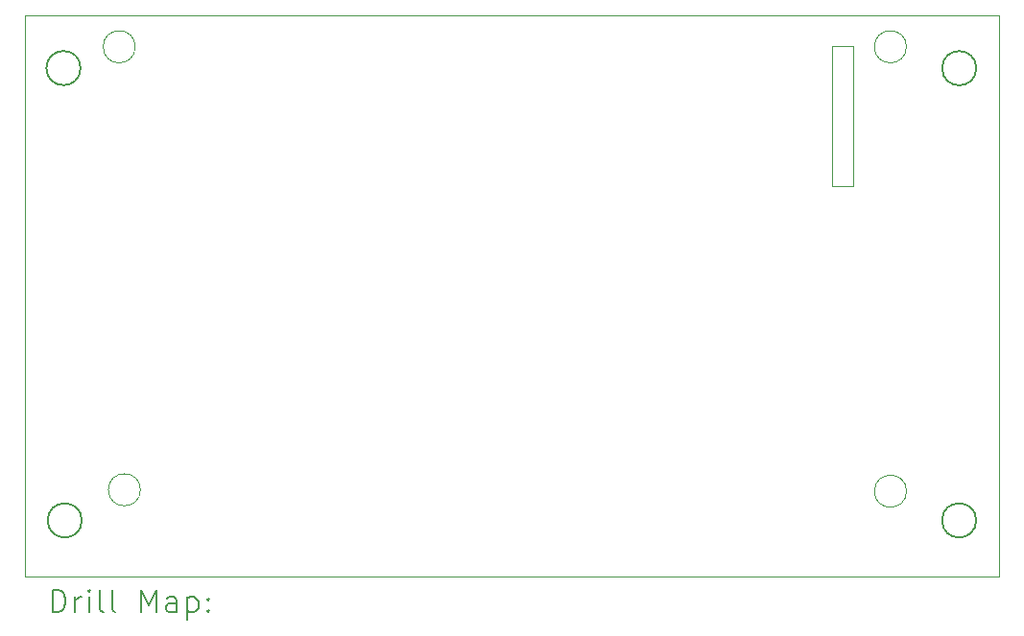
<source format=gbr>
%TF.GenerationSoftware,KiCad,Pcbnew,7.0.1*%
%TF.CreationDate,2024-01-20T13:41:32+00:00*%
%TF.ProjectId,Control_Board,436f6e74-726f-46c5-9f42-6f6172642e6b,rev?*%
%TF.SameCoordinates,Original*%
%TF.FileFunction,Drillmap*%
%TF.FilePolarity,Positive*%
%FSLAX45Y45*%
G04 Gerber Fmt 4.5, Leading zero omitted, Abs format (unit mm)*
G04 Created by KiCad (PCBNEW 7.0.1) date 2024-01-20 13:41:32*
%MOMM*%
%LPD*%
G01*
G04 APERTURE LIST*
%ADD10C,0.200000*%
%ADD11C,0.100000*%
G04 APERTURE END LIST*
D10*
X17448541Y-8236000D02*
G75*
G03*
X17448541Y-8236000I-150541J0D01*
G01*
D11*
X16180000Y-8037000D02*
X16360000Y-8037000D01*
X16360000Y-9277000D01*
X16180000Y-9277000D01*
X16180000Y-8037000D01*
X16832500Y-8047000D02*
G75*
G03*
X16832500Y-8047000I-141532J0D01*
G01*
X10029032Y-8047000D02*
G75*
G03*
X10029032Y-8047000I-141532J0D01*
G01*
D10*
X9557541Y-12227000D02*
G75*
G03*
X9557541Y-12227000I-150541J0D01*
G01*
X9546541Y-8235000D02*
G75*
G03*
X9546541Y-8235000I-150541J0D01*
G01*
X17447541Y-12227000D02*
G75*
G03*
X17447541Y-12227000I-150541J0D01*
G01*
D11*
X10075000Y-11957000D02*
G75*
G03*
X10075000Y-11957000I-141532J0D01*
G01*
X16833000Y-11969500D02*
G75*
G03*
X16833000Y-11969500I-141532J0D01*
G01*
X9056000Y-7769500D02*
X17653000Y-7769500D01*
X17653000Y-12719500D01*
X9056000Y-12719500D01*
X9056000Y-7769500D01*
D10*
X9298619Y-13037024D02*
X9298619Y-12837024D01*
X9298619Y-12837024D02*
X9346238Y-12837024D01*
X9346238Y-12837024D02*
X9374810Y-12846548D01*
X9374810Y-12846548D02*
X9393857Y-12865595D01*
X9393857Y-12865595D02*
X9403381Y-12884643D01*
X9403381Y-12884643D02*
X9412905Y-12922738D01*
X9412905Y-12922738D02*
X9412905Y-12951309D01*
X9412905Y-12951309D02*
X9403381Y-12989405D01*
X9403381Y-12989405D02*
X9393857Y-13008452D01*
X9393857Y-13008452D02*
X9374810Y-13027500D01*
X9374810Y-13027500D02*
X9346238Y-13037024D01*
X9346238Y-13037024D02*
X9298619Y-13037024D01*
X9498619Y-13037024D02*
X9498619Y-12903690D01*
X9498619Y-12941786D02*
X9508143Y-12922738D01*
X9508143Y-12922738D02*
X9517667Y-12913214D01*
X9517667Y-12913214D02*
X9536714Y-12903690D01*
X9536714Y-12903690D02*
X9555762Y-12903690D01*
X9622429Y-13037024D02*
X9622429Y-12903690D01*
X9622429Y-12837024D02*
X9612905Y-12846548D01*
X9612905Y-12846548D02*
X9622429Y-12856071D01*
X9622429Y-12856071D02*
X9631952Y-12846548D01*
X9631952Y-12846548D02*
X9622429Y-12837024D01*
X9622429Y-12837024D02*
X9622429Y-12856071D01*
X9746238Y-13037024D02*
X9727190Y-13027500D01*
X9727190Y-13027500D02*
X9717667Y-13008452D01*
X9717667Y-13008452D02*
X9717667Y-12837024D01*
X9851000Y-13037024D02*
X9831952Y-13027500D01*
X9831952Y-13027500D02*
X9822429Y-13008452D01*
X9822429Y-13008452D02*
X9822429Y-12837024D01*
X10079571Y-13037024D02*
X10079571Y-12837024D01*
X10079571Y-12837024D02*
X10146238Y-12979881D01*
X10146238Y-12979881D02*
X10212905Y-12837024D01*
X10212905Y-12837024D02*
X10212905Y-13037024D01*
X10393857Y-13037024D02*
X10393857Y-12932262D01*
X10393857Y-12932262D02*
X10384333Y-12913214D01*
X10384333Y-12913214D02*
X10365286Y-12903690D01*
X10365286Y-12903690D02*
X10327190Y-12903690D01*
X10327190Y-12903690D02*
X10308143Y-12913214D01*
X10393857Y-13027500D02*
X10374810Y-13037024D01*
X10374810Y-13037024D02*
X10327190Y-13037024D01*
X10327190Y-13037024D02*
X10308143Y-13027500D01*
X10308143Y-13027500D02*
X10298619Y-13008452D01*
X10298619Y-13008452D02*
X10298619Y-12989405D01*
X10298619Y-12989405D02*
X10308143Y-12970357D01*
X10308143Y-12970357D02*
X10327190Y-12960833D01*
X10327190Y-12960833D02*
X10374810Y-12960833D01*
X10374810Y-12960833D02*
X10393857Y-12951309D01*
X10489095Y-12903690D02*
X10489095Y-13103690D01*
X10489095Y-12913214D02*
X10508143Y-12903690D01*
X10508143Y-12903690D02*
X10546238Y-12903690D01*
X10546238Y-12903690D02*
X10565286Y-12913214D01*
X10565286Y-12913214D02*
X10574810Y-12922738D01*
X10574810Y-12922738D02*
X10584333Y-12941786D01*
X10584333Y-12941786D02*
X10584333Y-12998928D01*
X10584333Y-12998928D02*
X10574810Y-13017976D01*
X10574810Y-13017976D02*
X10565286Y-13027500D01*
X10565286Y-13027500D02*
X10546238Y-13037024D01*
X10546238Y-13037024D02*
X10508143Y-13037024D01*
X10508143Y-13037024D02*
X10489095Y-13027500D01*
X10670048Y-13017976D02*
X10679571Y-13027500D01*
X10679571Y-13027500D02*
X10670048Y-13037024D01*
X10670048Y-13037024D02*
X10660524Y-13027500D01*
X10660524Y-13027500D02*
X10670048Y-13017976D01*
X10670048Y-13017976D02*
X10670048Y-13037024D01*
X10670048Y-12913214D02*
X10679571Y-12922738D01*
X10679571Y-12922738D02*
X10670048Y-12932262D01*
X10670048Y-12932262D02*
X10660524Y-12922738D01*
X10660524Y-12922738D02*
X10670048Y-12913214D01*
X10670048Y-12913214D02*
X10670048Y-12932262D01*
M02*

</source>
